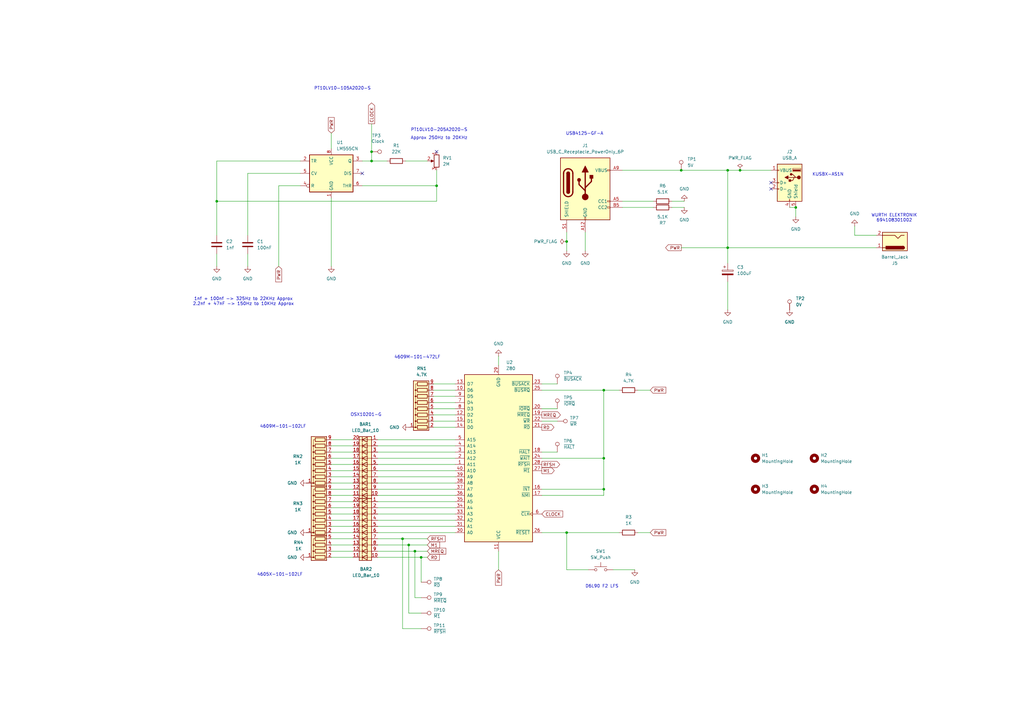
<source format=kicad_sch>
(kicad_sch (version 20250114) (generator "eeschema") (generator_version "9.0")
  (paper "A3")
  (title_block (title "Z80 NOP TEster") (date "2025-07-24") (rev "1,1"))
  (lib_symbols
    (symbol "80_Bus:LED_Bar_10_1" (pin_names (offset 1.016) (hide yes))
      (property "Reference" "BAR" (at 0 15.24 0))
      (property "Value" "LED_Bar_10" (at 0 -17.78 0))
      (symbol "LED_Bar_10_1_0_1"
        (rectangle (start -2.54 11.43) (end 2.54 -13.97) (stroke (width 0.254)) (fill (type background)))
        (polyline (pts (xy -2.54 10.16) (xy 2.54 10.16)))
        (polyline (pts (xy -2.54 7.62) (xy 2.54 7.62)))
        (polyline (pts (xy -2.54 5.08) (xy 2.54 5.08)))
        (polyline (pts (xy -2.54 0) (xy 2.54 0)))
        (polyline (pts (xy -2.54 -5.08) (xy 2.54 -5.08)))
        (polyline (pts (xy -2.54 -7.62) (xy 2.54 -7.62)))
        (polyline (pts (xy -2.54 -10.16) (xy 2.54 -10.16)))
        (polyline (pts (xy -2.54 -12.7) (xy 2.54 -12.7)))
        (polyline (pts (xy -0.762 11.176) (xy -0.762 9.144) (xy 1.27 10.16) (xy -0.762 11.176)) (stroke (width 0.254)))
        (polyline (pts (xy -0.762 8.636) (xy -0.762 6.604) (xy 1.27 7.62) (xy -0.762 8.636)) (stroke (width 0.254)))
        (polyline (pts (xy -0.762 6.096) (xy -0.762 4.064) (xy 1.27 5.08) (xy -0.762 6.096)) (stroke (width 0.254)))
        (polyline (pts (xy -0.762 3.556) (xy -0.762 1.524) (xy 1.27 2.54) (xy -0.762 3.556)) (stroke (width 0.254)))
        (polyline (pts (xy -0.762 1.016) (xy -0.762 -1.016) (xy 1.27 0) (xy -0.762 1.016)) (stroke (width 0.254)))
        (polyline (pts (xy -0.762 -1.524) (xy -0.762 -3.556) (xy 1.27 -2.54) (xy -0.762 -1.524)) (stroke (width 0.254)))
        (polyline (pts (xy -0.762 -4.064) (xy -0.762 -6.096) (xy 1.27 -5.08) (xy -0.762 -4.064)) (stroke (width 0.254)))
        (polyline (pts (xy -0.762 -6.604) (xy -0.762 -8.636) (xy 1.27 -7.62) (xy -0.762 -6.604)) (stroke (width 0.254)))
        (polyline (pts (xy -0.762 -9.144) (xy -0.762 -11.176) (xy 1.27 -10.16) (xy -0.762 -9.144)) (stroke (width 0.254)))
        (polyline (pts (xy -0.762 -11.684) (xy -0.762 -13.716) (xy 1.27 -12.7) (xy -0.762 -11.684)) (stroke (width 0.254)))
        (polyline (pts (xy 1.27 11.176) (xy 1.27 9.144)) (stroke (width 0.254)))
        (polyline (pts (xy 1.27 8.636) (xy 1.27 6.604)) (stroke (width 0.254)))
        (polyline (pts (xy 1.27 6.096) (xy 1.27 4.064)) (stroke (width 0.254)))
        (polyline (pts (xy 1.27 3.556) (xy 1.27 1.524)) (stroke (width 0.254)))
        (polyline (pts (xy 1.27 1.016) (xy 1.27 -1.016)) (stroke (width 0.254)))
        (polyline (pts (xy 1.27 -1.524) (xy 1.27 -3.556)) (stroke (width 0.254)))
        (polyline (pts (xy 1.27 -4.064) (xy 1.27 -6.096)) (stroke (width 0.254)))
        (polyline (pts (xy 1.27 -6.604) (xy 1.27 -8.636)) (stroke (width 0.254)))
        (polyline (pts (xy 1.27 -9.144) (xy 1.27 -11.176)) (stroke (width 0.254)))
        (polyline (pts (xy 1.27 -11.684) (xy 1.27 -13.716)) (stroke (width 0.254)))
        (polyline (pts (xy 2.54 2.54) (xy -2.54 2.54)))
        (polyline (pts (xy 2.54 -2.54) (xy -2.54 -2.54)))
      )
      (symbol "LED_Bar_10_1_1_1"
        (pin passive line (at -5.08 10.16 0) (length 2.54) (name "A") (number "1"))
        (pin passive line (at -5.08 7.62 0) (length 2.54) (name "A") (number "2"))
        (pin passive line (at -5.08 5.08 0) (length 2.54) (name "A") (number "3"))
        (pin passive line (at -5.08 2.54 0) (length 2.54) (name "A") (number "4"))
        (pin passive line (at -5.08 0 0) (length 2.54) (name "A") (number "5"))
        (pin passive line (at -5.08 -2.54 0) (length 2.54) (name "A") (number "6"))
        (pin passive line (at -5.08 -5.08 0) (length 2.54) (name "A") (number "7"))
        (pin passive line (at -5.08 -7.62 0) (length 2.54) (name "A") (number "8"))
        (pin passive line (at -5.08 -10.16 0) (length 2.54) (name "A") (number "9"))
        (pin passive line (at -5.08 -12.7 0) (length 2.54) (name "A") (number "10"))
        (pin passive line (at 5.08 10.16 180) (length 2.54) (name "K") (number "20"))
        (pin passive line (at 5.08 7.62 180) (length 2.54) (name "K") (number "19"))
        (pin passive line (at 5.08 5.08 180) (length 2.54) (name "K") (number "18"))
        (pin passive line (at 5.08 2.54 180) (length 2.54) (name "K") (number "17"))
        (pin passive line (at 5.08 0 180) (length 2.54) (name "K") (number "16"))
        (pin passive line (at 5.08 -2.54 180) (length 2.54) (name "K") (number "15"))
        (pin passive line (at 5.08 -5.08 180) (length 2.54) (name "K") (number "14"))
        (pin passive line (at 5.08 -7.62 180) (length 2.54) (name "K") (number "13"))
        (pin passive line (at 5.08 -10.16 180) (length 2.54) (name "K") (number "12"))
        (pin passive line (at 5.08 -12.7 180) (length 2.54) (name "K") (number "11"))
      )
    )
    (symbol "CPU:Z80CPU" (pin_names (offset 1.016))
      (property "Reference" "U" (at -13.97 35.56 0))
      (property "Value" "Z80CPU" (at 6.35 35.56 0))
      (symbol "Z80CPU_0_1"
        (rectangle (start -13.97 34.29) (end 13.97 -34.29) (stroke (width 0.254)) (fill (type background)))
      )
      (symbol "Z80CPU_1_1"
        (pin input line (at -17.78 30.48 0) (length 3.81) (name "~{RESET}") (number "26"))
        (pin input clock (at -17.78 22.86 0) (length 3.81) (name "~{CLK}") (number "6"))
        (pin input line (at -17.78 15.24 0) (length 3.81) (name "~{NMI}") (number "17"))
        (pin input line (at -17.78 12.7 0) (length 3.81) (name "~{INT}") (number "16"))
        (pin output line (at -17.78 5.08 0) (length 3.81) (name "~{M1}") (number "27"))
        (pin output line (at -17.78 2.54 0) (length 3.81) (name "~{RFSH}") (number "28"))
        (pin input line (at -17.78 0 0) (length 3.81) (name "~{WAIT}") (number "24"))
        (pin output line (at -17.78 -2.54 0) (length 3.81) (name "~{HALT}") (number "18"))
        (pin output line (at -17.78 -12.7 0) (length 3.81) (name "~{RD}") (number "21"))
        (pin output line (at -17.78 -15.24 0) (length 3.81) (name "~{WR}") (number "22"))
        (pin output line (at -17.78 -17.78 0) (length 3.81) (name "~{MREQ}") (number "19"))
        (pin output line (at -17.78 -20.32 0) (length 3.81) (name "~{IORQ}") (number "20"))
        (pin input line (at -17.78 -27.94 0) (length 3.81) (name "~{BUSRQ}") (number "25"))
        (pin output line (at -17.78 -30.48 0) (length 3.81) (name "~{BUSACK}") (number "23"))
        (pin power_in line (at 0 38.1 270) (length 3.81) (name "VCC") (number "11"))
        (pin power_in line (at 0 -38.1 90) (length 3.81) (name "GND") (number "29"))
        (pin output line (at 17.78 30.48 180) (length 3.81) (name "A0") (number "30"))
        (pin output line (at 17.78 27.94 180) (length 3.81) (name "A1") (number "31"))
        (pin output line (at 17.78 25.4 180) (length 3.81) (name "A2") (number "32"))
        (pin output line (at 17.78 22.86 180) (length 3.81) (name "A3") (number "33"))
        (pin output line (at 17.78 20.32 180) (length 3.81) (name "A4") (number "34"))
        (pin output line (at 17.78 17.78 180) (length 3.81) (name "A5") (number "35"))
        (pin output line (at 17.78 15.24 180) (length 3.81) (name "A6") (number "36"))
        (pin output line (at 17.78 12.7 180) (length 3.81) (name "A7") (number "37"))
        (pin output line (at 17.78 10.16 180) (length 3.81) (name "A8") (number "38"))
        (pin output line (at 17.78 7.62 180) (length 3.81) (name "A9") (number "39"))
        (pin output line (at 17.78 5.08 180) (length 3.81) (name "A10") (number "40"))
        (pin output line (at 17.78 2.54 180) (length 3.81) (name "A11") (number "1"))
        (pin output line (at 17.78 0 180) (length 3.81) (name "A12") (number "2"))
        (pin output line (at 17.78 -2.54 180) (length 3.81) (name "A13") (number "3"))
        (pin output line (at 17.78 -5.08 180) (length 3.81) (name "A14") (number "4"))
        (pin output line (at 17.78 -7.62 180) (length 3.81) (name "A15") (number "5"))
        (pin bidirectional line (at 17.78 -12.7 180) (length 3.81) (name "D0") (number "14"))
        (pin bidirectional line (at 17.78 -15.24 180) (length 3.81) (name "D1") (number "15"))
        (pin bidirectional line (at 17.78 -17.78 180) (length 3.81) (name "D2") (number "12"))
        (pin bidirectional line (at 17.78 -20.32 180) (length 3.81) (name "D3") (number "8"))
        (pin bidirectional line (at 17.78 -22.86 180) (length 3.81) (name "D4") (number "7"))
        (pin bidirectional line (at 17.78 -25.4 180) (length 3.81) (name "D5") (number "9"))
        (pin bidirectional line (at 17.78 -27.94 180) (length 3.81) (name "D6") (number "10"))
        (pin bidirectional line (at 17.78 -30.48 180) (length 3.81) (name "D7") (number "13"))
      )
    )
    (symbol "Connector:Barrel_Jack" (pin_names (offset 1.016))
      (property "Reference" "J" (at 0 5.334 0))
      (property "Value" "Barrel_Jack" (at 0 -5.08 0))
      (symbol "Barrel_Jack_0_1"
        (rectangle (start -5.08 3.81) (end 5.08 -3.81) (stroke (width 0.254)) (fill (type background)))
        (polyline (pts (xy -3.81 -2.54) (xy -2.54 -2.54) (xy -1.27 -1.27) (xy 0 -2.54) (xy 2.54 -2.54) (xy 5.08 -2.54)) (stroke (width 0.254)))
        (arc (start -3.302 1.905) (mid -3.9343 2.54) (end -3.302 3.175) (stroke (width 0.254)))
        (arc (start -3.302 1.905) (mid -3.9343 2.54) (end -3.302 3.175) (stroke (width 0.254)) (fill (type outline)))
        (rectangle (start 3.683 3.175) (end -3.302 1.905) (stroke (width 0.254)) (fill (type outline)))
        (polyline (pts (xy 5.08 2.54) (xy 3.81 2.54)) (stroke (width 0.254)))
      )
      (symbol "Barrel_Jack_1_1"
        (pin passive line (at 7.62 2.54 180) (length 2.54) (name "~") (number "1"))
        (pin passive line (at 7.62 -2.54 180) (length 2.54) (name "~") (number "2"))
      )
    )
    (symbol "Connector:TestPoint" (pin_numbers (hide yes)) (pin_names (offset 0.762) (hide yes))
      (property "Reference" "TP" (at 0 6.858 0))
      (property "Value" "TestPoint" (at 0 5.08 0))
      (symbol "TestPoint_0_1"
        (circle (center 0 3.302) (radius 0.762))
      )
      (symbol "TestPoint_1_1"
        (pin passive line (at 0 0 90) (length 2.54) (name "1") (number "1"))
      )
    )
    (symbol "Connector:USB_A" (pin_names (offset 1.016))
      (property "Reference" "J" (at -5.08 11.43 0))
      (property "Value" "USB_A" (at -5.08 8.89 0))
      (symbol "USB_A_0_1"
        (rectangle (start -5.08 -7.62) (end 5.08 7.62) (stroke (width 0.254)) (fill (type background)))
        (circle (center -3.81 2.159) (radius 0.635) (stroke (width 0.254)) (fill (type outline)))
        (polyline (pts (xy -3.175 2.159) (xy -2.54 2.159) (xy -1.27 3.429) (xy -0.635 3.429)) (stroke (width 0.254)))
        (polyline (pts (xy -2.54 2.159) (xy -1.905 2.159) (xy -1.27 0.889) (xy 0 0.889)) (stroke (width 0.254)))
        (rectangle (start -1.524 4.826) (end -4.318 5.334) (fill (type outline)))
        (rectangle (start -1.27 4.572) (end -4.572 5.842))
        (circle (center -0.635 3.429) (radius 0.381) (stroke (width 0.254)) (fill (type outline)))
        (rectangle (start -0.127 -7.62) (end 0.127 -6.858))
        (rectangle (start 0.254 1.27) (end -0.508 0.508) (stroke (width 0.254)) (fill (type outline)))
        (polyline (pts (xy 0.635 2.794) (xy 0.635 1.524) (xy 1.905 2.159) (xy 0.635 2.794)) (stroke (width 0.254)) (fill (type outline)))
        (rectangle (start 5.08 4.953) (end 4.318 5.207))
        (rectangle (start 5.08 -0.127) (end 4.318 0.127))
        (rectangle (start 5.08 -2.667) (end 4.318 -2.413))
      )
      (symbol "USB_A_1_1"
        (polyline (pts (xy -1.905 2.159) (xy 0.635 2.159)) (stroke (width 0.254)))
        (pin passive line (at -2.54 -10.16 90) (length 2.54) (name "Shield") (number "5"))
        (pin power_in line (at 0 -10.16 90) (length 2.54) (name "GND") (number "4"))
        (pin power_in line (at 7.62 5.08 180) (length 2.54) (name "VBUS") (number "1"))
        (pin bidirectional line (at 7.62 0 180) (length 2.54) (name "D+") (number "3"))
        (pin bidirectional line (at 7.62 -2.54 180) (length 2.54) (name "D-") (number "2"))
      )
    )
    (symbol "Connector:USB_C_Receptacle_PowerOnly_6P" (pin_names (offset 1.016))
      (property "Reference" "J" (at 0 16.51 0))
      (property "Value" "USB_C_Receptacle_PowerOnly_6P" (at 0 13.97 0))
      (symbol "USB_C_Receptacle_PowerOnly_6P_0_0"
        (rectangle (start -0.254 -12.7) (end 0.254 -11.684))
        (rectangle (start 10.16 7.874) (end 9.144 7.366))
        (rectangle (start 10.16 -4.826) (end 9.144 -5.334))
        (rectangle (start 10.16 -7.366) (end 9.144 -7.874))
      )
      (symbol "USB_C_Receptacle_PowerOnly_6P_0_1"
        (rectangle (start -10.16 12.7) (end 10.16 -12.7) (stroke (width 0.254)) (fill (type background)))
        (polyline (pts (xy -8.89 -1.27) (xy -8.89 6.35)) (stroke (width 0.508)))
        (rectangle (start -7.62 -1.27) (end -6.35 6.35) (stroke (width 0.254)) (fill (type outline)))
        (arc (start -7.62 6.35) (mid -6.985 6.9823) (end -6.35 6.35) (stroke (width 0.254)))
        (arc (start -7.62 6.35) (mid -6.985 6.9823) (end -6.35 6.35) (stroke (width 0.254)) (fill (type outline)))
        (arc (start -8.89 6.35) (mid -6.985 8.2467) (end -5.08 6.35) (stroke (width 0.508)))
        (arc (start -5.08 -1.27) (mid -6.985 -3.1667) (end -8.89 -1.27) (stroke (width 0.508)))
        (arc (start -6.35 -1.27) (mid -6.985 -1.9023) (end -7.62 -1.27) (stroke (width 0.254)))
        (arc (start -6.35 -1.27) (mid -6.985 -1.9023) (end -7.62 -1.27) (stroke (width 0.254)) (fill (type outline)))
        (polyline (pts (xy -5.08 6.35) (xy -5.08 -1.27)) (stroke (width 0.508)))
        (circle (center -2.54 3.683) (radius 0.635) (stroke (width 0.254)) (fill (type outline)))
        (polyline (pts (xy -1.27 6.858) (xy 0 9.398) (xy 1.27 6.858) (xy -1.27 6.858)) (stroke (width 0.254)) (fill (type outline)))
        (polyline (pts (xy 0 0.508) (xy 2.54 3.048) (xy 2.54 4.318)) (stroke (width 0.508)))
        (polyline (pts (xy 0 -0.762) (xy -2.54 1.778) (xy -2.54 3.048)) (stroke (width 0.508)))
        (polyline (pts (xy 0 -3.302) (xy 0 6.858)) (stroke (width 0.508)))
        (circle (center 0 -3.302) (radius 1.27) (fill (type outline)))
        (rectangle (start 1.905 4.318) (end 3.175 5.588) (stroke (width 0.254)) (fill (type outline)))
      )
      (symbol "USB_C_Receptacle_PowerOnly_6P_1_1"
        (pin passive line (at -7.62 -17.78 90) (length 5.08) (name "SHIELD") (number "S1"))
        (pin passive line (at 0 -17.78 90) (length 5.08) (name "GND") (number "A12"))
        (pin passive line (at 0 -17.78 90) (length 5.08) (hide yes) (name "GND") (number "B12"))
        (pin passive line (at 15.24 7.62 180) (length 5.08) (name "VBUS") (number "A9"))
        (pin passive line (at 15.24 7.62 180) (length 5.08) (hide yes) (name "VBUS") (number "B9"))
        (pin bidirectional line (at 15.24 -5.08 180) (length 5.08) (name "CC1") (number "A5"))
        (pin bidirectional line (at 15.24 -7.62 180) (length 5.08) (name "CC2") (number "B5"))
      )
    )
    (symbol "Device:C" (pin_numbers (hide yes)) (pin_names (offset 0.254))
      (property "Reference" "C" (at 0.635 2.54 0))
      (property "Value" "C" (at 0.635 -2.54 0))
      (symbol "C_0_1"
        (polyline (pts (xy -2.032 0.762) (xy 2.032 0.762)) (stroke (width 0.508)))
        (polyline (pts (xy -2.032 -0.762) (xy 2.032 -0.762)) (stroke (width 0.508)))
      )
      (symbol "C_1_1"
        (pin passive line (at 0 3.81 270) (length 2.794) (name "~") (number "1"))
        (pin passive line (at 0 -3.81 90) (length 2.794) (name "~") (number "2"))
      )
    )
    (symbol "Device:C_Polarized" (pin_numbers (hide yes)) (pin_names (offset 0.254))
      (property "Reference" "C" (at 0.635 2.54 0))
      (property "Value" "C_Polarized" (at 0.635 -2.54 0))
      (symbol "C_Polarized_0_1"
        (rectangle (start -2.286 0.508) (end 2.286 1.016))
        (polyline (pts (xy -1.778 2.286) (xy -0.762 2.286)))
        (polyline (pts (xy -1.27 2.794) (xy -1.27 1.778)))
        (rectangle (start 2.286 -0.508) (end -2.286 -1.016) (fill (type outline)))
      )
      (symbol "C_Polarized_1_1"
        (pin passive line (at 0 3.81 270) (length 2.794) (name "~") (number "1"))
        (pin passive line (at 0 -3.81 90) (length 2.794) (name "~") (number "2"))
      )
    )
    (symbol "Device:R" (pin_numbers (hide yes)) (pin_names (offset 0))
      (property "Reference" "R" (at 2.032 0 90))
      (property "Value" "R" (at 0 0 90))
      (symbol "R_0_1"
        (rectangle (start -1.016 -2.54) (end 1.016 2.54) (stroke (width 0.254)))
      )
      (symbol "R_1_1"
        (pin passive line (at 0 3.81 270) (length 1.27) (name "~") (number "1"))
        (pin passive line (at 0 -3.81 90) (length 1.27) (name "~") (number "2"))
      )
    )
    (symbol "Device:R_Network04" (pin_names (offset 0) (hide yes))
      (property "Reference" "RN" (at -7.62 0 90))
      (property "Value" "R_Network04" (at 5.08 0 90))
      (symbol "R_Network04_0_1"
        (rectangle (start -6.35 -3.175) (end 3.81 3.175) (stroke (width 0.254)) (fill (type background)))
        (rectangle (start -5.842 1.524) (end -4.318 -2.54) (stroke (width 0.254)))
        (circle (center -5.08 2.286) (radius 0.254) (fill (type outline)))
        (polyline (pts (xy -5.08 1.524) (xy -5.08 2.286) (xy -2.54 2.286) (xy -2.54 1.524)))
        (polyline (pts (xy -5.08 -2.54) (xy -5.08 -3.81)))
        (rectangle (start -3.302 1.524) (end -1.778 -2.54) (stroke (width 0.254)))
        (circle (center -2.54 2.286) (radius 0.254) (fill (type outline)))
        (polyline (pts (xy -2.54 1.524) (xy -2.54 2.286) (xy 0 2.286) (xy 0 1.524)))
        (polyline (pts (xy -2.54 -2.54) (xy -2.54 -3.81)))
        (rectangle (start -0.762 1.524) (end 0.762 -2.54) (stroke (width 0.254)))
        (circle (center 0 2.286) (radius 0.254) (fill (type outline)))
        (polyline (pts (xy 0 1.524) (xy 0 2.286) (xy 2.54 2.286) (xy 2.54 1.524)))
        (polyline (pts (xy 0 -2.54) (xy 0 -3.81)))
        (rectangle (start 1.778 1.524) (end 3.302 -2.54) (stroke (width 0.254)))
        (polyline (pts (xy 2.54 -2.54) (xy 2.54 -3.81)))
      )
      (symbol "R_Network04_1_1"
        (pin passive line (at -5.08 5.08 270) (length 2.54) (name "common") (number "1"))
        (pin passive line (at -5.08 -5.08 90) (length 1.27) (name "R1") (number "2"))
        (pin passive line (at -2.54 -5.08 90) (length 1.27) (name "R2") (number "3"))
        (pin passive line (at 0 -5.08 90) (length 1.27) (name "R3") (number "4"))
        (pin passive line (at 2.54 -5.08 90) (length 1.27) (name "R4") (number "5"))
      )
    )
    (symbol "Device:R_Network08" (pin_names (offset 0) (hide yes))
      (property "Reference" "RN" (at -12.7 0 90))
      (property "Value" "R_Network08" (at 10.16 0 90))
      (symbol "R_Network08_0_1"
        (rectangle (start -11.43 -3.175) (end 8.89 3.175) (stroke (width 0.254)) (fill (type background)))
        (rectangle (start -10.922 1.524) (end -9.398 -2.54) (stroke (width 0.254)))
        (circle (center -10.16 2.286) (radius 0.254) (fill (type outline)))
        (polyline (pts (xy -10.16 1.524) (xy -10.16 2.286) (xy -7.62 2.286) (xy -7.62 1.524)))
        (polyline (pts (xy -10.16 -2.54) (xy -10.16 -3.81)))
        (rectangle (start -8.382 1.524) (end -6.858 -2.54) (stroke (width 0.254)))
        (circle (center -7.62 2.286) (radius 0.254) (fill (type outline)))
        (polyline (pts (xy -7.62 1.524) (xy -7.62 2.286) (xy -5.08 2.286) (xy -5.08 1.524)))
        (polyline (pts (xy -7.62 -2.54) (xy -7.62 -3.81)))
        (rectangle (start -5.842 1.524) (end -4.318 -2.54) (stroke (width 0.254)))
        (circle (center -5.08 2.286) (radius 0.254) (fill (type outline)))
        (polyline (pts (xy -5.08 1.524) (xy -5.08 2.286) (xy -2.54 2.286) (xy -2.54 1.524)))
        (polyline (pts (xy -5.08 -2.54) (xy -5.08 -3.81)))
        (rectangle (start -3.302 1.524) (end -1.778 -2.54) (stroke (width 0.254)))
        (circle (center -2.54 2.286) (radius 0.254) (fill (type outline)))
        (polyline (pts (xy -2.54 1.524) (xy -2.54 2.286) (xy 0 2.286) (xy 0 1.524)))
        (polyline (pts (xy -2.54 -2.54) (xy -2.54 -3.81)))
        (rectangle (start -0.762 1.524) (end 0.762 -2.54) (stroke (width 0.254)))
        (circle (center 0 2.286) (radius 0.254) (fill (type outline)))
        (polyline (pts (xy 0 1.524) (xy 0 2.286) (xy 2.54 2.286) (xy 2.54 1.524)))
        (polyline (pts (xy 0 -2.54) (xy 0 -3.81)))
        (rectangle (start 1.778 1.524) (end 3.302 -2.54) (stroke (width 0.254)))
        (circle (center 2.54 2.286) (radius 0.254) (fill (type outline)))
        (polyline (pts (xy 2.54 1.524) (xy 2.54 2.286) (xy 5.08 2.286) (xy 5.08 1.524)))
        (polyline (pts (xy 2.54 -2.54) (xy 2.54 -3.81)))
        (rectangle (start 4.318 1.524) (end 5.842 -2.54) (stroke (width 0.254)))
        (circle (center 5.08 2.286) (radius 0.254) (fill (type outline)))
        (polyline (pts (xy 5.08 1.524) (xy 5.08 2.286) (xy 7.62 2.286) (xy 7.62 1.524)))
        (polyline (pts (xy 5.08 -2.54) (xy 5.08 -3.81)))
        (rectangle (start 6.858 1.524) (end 8.382 -2.54) (stroke (width 0.254)))
        (polyline (pts (xy 7.62 -2.54) (xy 7.62 -3.81)))
      )
      (symbol "R_Network08_1_1"
        (pin passive line (at -10.16 5.08 270) (length 2.54) (name "common") (number "1"))
        (pin passive line (at -10.16 -5.08 90) (length 1.27) (name "R1") (number "2"))
        (pin passive line (at -7.62 -5.08 90) (length 1.27) (name "R2") (number "3"))
        (pin passive line (at -5.08 -5.08 90) (length 1.27) (name "R3") (number "4"))
        (pin passive line (at -2.54 -5.08 90) (length 1.27) (name "R4") (number "5"))
        (pin passive line (at 0 -5.08 90) (length 1.27) (name "R5") (number "6"))
        (pin passive line (at 2.54 -5.08 90) (length 1.27) (name "R6") (number "7"))
        (pin passive line (at 5.08 -5.08 90) (length 1.27) (name "R7") (number "8"))
        (pin passive line (at 7.62 -5.08 90) (length 1.27) (name "R8") (number "9"))
      )
    )
    (symbol "Device:R_Potentiometer" (pin_names (offset 1.016) (hide yes))
      (property "Reference" "RV" (at -4.445 0 90))
      (property "Value" "R_Potentiometer" (at -2.54 0 90))
      (symbol "R_Potentiometer_0_1"
        (rectangle (start 1.016 2.54) (end -1.016 -2.54) (stroke (width 0.254)))
        (polyline (pts (xy 1.143 0) (xy 2.286 0.508) (xy 2.286 -0.508) (xy 1.143 0)) (fill (type outline)))
        (polyline (pts (xy 2.54 0) (xy 1.524 0)))
      )
      (symbol "R_Potentiometer_1_1"
        (pin passive line (at 0 3.81 270) (length 1.27) (name "1") (number "1"))
        (pin passive line (at 0 -3.81 90) (length 1.27) (name "3") (number "3"))
        (pin passive line (at 3.81 0 180) (length 1.27) (name "2") (number "2"))
      )
    )
    (symbol "Mechanical:MountingHole" (pin_names (offset 1.016)) (in_bom no)
      (property "Reference" "H" (at 0 5.08 0))
      (property "Value" "MountingHole" (at 0 3.175 0))
      (symbol "MountingHole_0_1"
        (circle (center 0 0) (radius 1.27) (stroke (width 1.27)))
      )
    )
    (symbol "Switch:SW_Push" (pin_numbers (hide yes)) (pin_names (offset 1.016) (hide yes))
      (property "Reference" "SW" (at 1.27 2.54 0))
      (property "Value" "SW_Push" (at 0 -1.524 0))
      (symbol "SW_Push_0_1"
        (circle (center -2.032 0) (radius 0.508))
        (polyline (pts (xy 0 1.27) (xy 0 3.048)))
        (circle (center 2.032 0) (radius 0.508))
        (polyline (pts (xy 2.54 1.27) (xy -2.54 1.27)))
        (pin passive line (at -5.08 0 0) (length 2.54) (name "1") (number "1"))
        (pin passive line (at 5.08 0 180) (length 2.54) (name "2") (number "2"))
      )
    )
    (symbol "Timer:NE555P"
      (property "Reference" "U" (at -10.16 8.89 0))
      (property "Value" "NE555P" (at 2.54 8.89 0))
      (symbol "NE555P_0_0"
        (pin power_in line (at 0 10.16 270) (length 2.54) (name "VCC") (number "8"))
        (pin power_in line (at 0 -10.16 90) (length 2.54) (name "GND") (number "1"))
      )
      (symbol "NE555P_0_1"
        (rectangle (start -8.89 -7.62) (end 8.89 7.62) (stroke (width 0.254)) (fill (type background)))
        (rectangle (start -8.89 -7.62) (end 8.89 7.62) (stroke (width 0.254)) (fill (type background)))
      )
      (symbol "NE555P_1_1"
        (pin input line (at -12.7 5.08 0) (length 3.81) (name "TR") (number "2"))
        (pin input line (at -12.7 0 0) (length 3.81) (name "CV") (number "5"))
        (pin input inverted (at -12.7 -5.08 0) (length 3.81) (name "R") (number "4"))
        (pin output line (at 12.7 5.08 180) (length 3.81) (name "Q") (number "3"))
        (pin input line (at 12.7 0 180) (length 3.81) (name "DIS") (number "7"))
        (pin input line (at 12.7 -5.08 180) (length 3.81) (name "THR") (number "6"))
      )
    )
    (symbol "power:GND" (power) (pin_numbers (hide yes)) (pin_names (offset 0) (hide yes))
      (property "Value" "GND" (at 0 -3.81 0))
      (symbol "GND_0_1"
        (polyline (pts (xy 0 0) (xy 0 -1.27) (xy 1.27 -1.27) (xy 0 -2.54) (xy -1.27 -1.27) (xy 0 -1.27)))
      )
      (symbol "GND_1_1"
        (pin power_in line (at 0 0 270) (length 0) (name "~") (number "1"))
      )
    )
    (symbol "power:PWR_FLAG" (power) (pin_numbers (hide yes)) (pin_names (offset 0) (hide yes))
      (property "Value" "PWR_FLAG" (at 0 3.81 0))
      (symbol "PWR_FLAG_0_0"
        (pin power_out line (at 0 0 90) (length 0) (name "~") (number "1"))
      )
      (symbol "PWR_FLAG_0_1"
        (polyline (pts (xy 0 0) (xy 0 1.27) (xy -1.016 1.905) (xy 0 2.54) (xy 1.016 1.905) (xy 0 1.27)))
      )
    )
  )
  (text "USB4125-GF-A\n" (at 239.776 54.864 0) (effects (font (size 1.27 1.27))))
  (text "4605X-101-102LF" (at 114.808 235.712 0) (effects (font (size 1.27 1.27))))
  (text "OSX10201-G" (at 150.114 170.18 0) (effects (font (size 1.27 1.27))))
  (text "Approx 250Hz to 20KHz" (at 180.086 56.642 0) (effects (font (size 1.27 1.27))))
  (text "KUSBX-AS1N" (at 339.598 71.628 0) (effects (font (size 1.27 1.27))))
  (text "4609M-101-472LF" (at 171.196 146.558 0) (effects (font (size 1.27 1.27))))
  (text "4609M-101-102LF" (at 116.078 175.006 0) (effects (font (size 1.27 1.27))))
  (text "D6L90 F2 LFS" (at 246.888 240.538 0) (effects (font (size 1.27 1.27))))
  (text "PT10LV10-205A2020-S" (at 180.086 53.34 0) (effects (font (size 1.27 1.27))))
  (text "WURTH ELEKTRONIK\n694108301002\n\n" (at 366.776 90.424 0) (effects (font (size 1.27 1.27))))
  (text "PT10LV10-105A2020-S" (at 140.462 36.322 0) (effects (font (size 1.27 1.27))))
  (text "1nf + 100nf -> 325Hz to 22KHz Approx\n2.2nf + 47nF -> 150Hz to 10KHz Approx" (at 99.822 123.698 0) (effects (font (size 1.27 1.27) (thickness 0.1588))))
  (junction (at 279.4 69.85))
  (junction (at 152.4 66.04))
  (junction (at 232.41 99.06))
  (junction (at 247.65 160.02))
  (junction (at 232.41 218.44))
  (junction (at 170.18 226.06))
  (junction (at 298.45 69.85))
  (junction (at 247.65 187.96))
  (junction (at 303.53 69.85))
  (junction (at 326.39 85.09))
  (junction (at 172.72 228.6))
  (junction (at 179.07 76.2))
  (junction (at 88.9 82.55))
  (junction (at 152.4 62.23))
  (junction (at 167.64 223.52))
  (junction (at 247.65 200.66))
  (junction (at 298.45 101.6))
  (junction (at 165.1 220.98))
  (no_connect (at 179.07 62.23))
  (no_connect (at 148.59 71.12))
  (no_connect (at 316.23 74.93))
  (no_connect (at 316.23 77.47))
  (wire (pts (xy 204.47 226.06) (xy 204.47 233.68)))
  (wire (pts (xy 135.89 195.58) (xy 144.78 195.58)))
  (wire (pts (xy 172.72 228.6) (xy 172.72 238.76)))
  (wire (pts (xy 154.94 190.5) (xy 186.69 190.5)))
  (wire (pts (xy 261.62 218.44) (xy 266.7 218.44)))
  (wire (pts (xy 152.4 62.23) (xy 152.4 50.8)))
  (wire (pts (xy 154.94 213.36) (xy 186.69 213.36)))
  (wire (pts (xy 154.94 215.9) (xy 186.69 215.9)))
  (wire (pts (xy 166.37 66.04) (xy 175.26 66.04)))
  (wire (pts (xy 123.19 76.2) (xy 114.3 76.2)))
  (wire (pts (xy 261.62 160.02) (xy 266.7 160.02)))
  (wire (pts (xy 154.94 218.44) (xy 186.69 218.44)))
  (wire (pts (xy 165.1 257.81) (xy 165.1 220.98)))
  (wire (pts (xy 135.89 193.04) (xy 144.78 193.04)))
  (wire (pts (xy 135.89 205.74) (xy 144.78 205.74)))
  (wire (pts (xy 222.25 203.2) (xy 247.65 203.2)))
  (wire (pts (xy 172.72 251.46) (xy 167.64 251.46)))
  (wire (pts (xy 204.47 146.05) (xy 204.47 149.86)))
  (wire (pts (xy 172.72 245.11) (xy 170.18 245.11)))
  (wire (pts (xy 251.46 233.68) (xy 260.35 233.68)))
  (wire (pts (xy 232.41 218.44) (xy 254 218.44)))
  (wire (pts (xy 135.89 54.61) (xy 135.89 60.96)))
  (wire (pts (xy 135.89 220.98) (xy 144.78 220.98)))
  (wire (pts (xy 152.4 66.04) (xy 158.75 66.04)))
  (wire (pts (xy 88.9 66.04) (xy 123.19 66.04)))
  (wire (pts (xy 135.89 226.06) (xy 144.78 226.06)))
  (wire (pts (xy 135.89 215.9) (xy 144.78 215.9)))
  (wire (pts (xy 279.4 69.85) (xy 298.45 69.85)))
  (wire (pts (xy 135.89 187.96) (xy 144.78 187.96)))
  (wire (pts (xy 148.59 76.2) (xy 179.07 76.2)))
  (wire (pts (xy 247.65 187.96) (xy 247.65 200.66)))
  (wire (pts (xy 135.89 182.88) (xy 144.78 182.88)))
  (wire (pts (xy 222.25 172.72) (xy 228.6 172.72)))
  (wire (pts (xy 298.45 101.6) (xy 359.41 101.6)))
  (wire (pts (xy 179.07 82.55) (xy 179.07 76.2)))
  (wire (pts (xy 177.8 167.64) (xy 186.69 167.64)))
  (wire (pts (xy 154.94 198.12) (xy 186.69 198.12)))
  (wire (pts (xy 135.89 81.28) (xy 135.89 109.22)))
  (wire (pts (xy 326.39 85.09) (xy 326.39 88.9)))
  (wire (pts (xy 135.89 190.5) (xy 144.78 190.5)))
  (wire (pts (xy 232.41 95.25) (xy 232.41 99.06)))
  (wire (pts (xy 298.45 127) (xy 298.45 115.57)))
  (wire (pts (xy 154.94 195.58) (xy 186.69 195.58)))
  (wire (pts (xy 154.94 185.42) (xy 186.69 185.42)))
  (wire (pts (xy 177.8 160.02) (xy 186.69 160.02)))
  (wire (pts (xy 232.41 233.68) (xy 232.41 218.44)))
  (wire (pts (xy 135.89 228.6) (xy 144.78 228.6)))
  (wire (pts (xy 101.6 104.14) (xy 101.6 109.22)))
  (wire (pts (xy 167.64 251.46) (xy 167.64 223.52)))
  (wire (pts (xy 135.89 200.66) (xy 144.78 200.66)))
  (wire (pts (xy 222.25 218.44) (xy 232.41 218.44)))
  (wire (pts (xy 154.94 187.96) (xy 186.69 187.96)))
  (wire (pts (xy 165.1 220.98) (xy 154.94 220.98)))
  (wire (pts (xy 154.94 223.52) (xy 167.64 223.52)))
  (wire (pts (xy 88.9 104.14) (xy 88.9 109.22)))
  (wire (pts (xy 177.8 157.48) (xy 186.69 157.48)))
  (wire (pts (xy 275.59 85.09) (xy 280.67 85.09)))
  (wire (pts (xy 179.07 69.85) (xy 179.07 76.2)))
  (wire (pts (xy 88.9 66.04) (xy 88.9 82.55)))
  (wire (pts (xy 135.89 203.2) (xy 144.78 203.2)))
  (wire (pts (xy 135.89 218.44) (xy 144.78 218.44)))
  (wire (pts (xy 154.94 205.74) (xy 186.69 205.74)))
  (wire (pts (xy 298.45 69.85) (xy 298.45 101.6)))
  (wire (pts (xy 175.26 220.98) (xy 165.1 220.98)))
  (wire (pts (xy 101.6 71.12) (xy 101.6 96.52)))
  (wire (pts (xy 135.89 198.12) (xy 144.78 198.12)))
  (wire (pts (xy 255.27 85.09) (xy 267.97 85.09)))
  (wire (pts (xy 177.8 170.18) (xy 186.69 170.18)))
  (wire (pts (xy 177.8 162.56) (xy 186.69 162.56)))
  (wire (pts (xy 326.39 85.09) (xy 323.85 85.09)))
  (wire (pts (xy 114.3 76.2) (xy 114.3 109.22)))
  (wire (pts (xy 247.65 160.02) (xy 254 160.02)))
  (wire (pts (xy 175.26 228.6) (xy 172.72 228.6)))
  (wire (pts (xy 135.89 223.52) (xy 144.78 223.52)))
  (wire (pts (xy 175.26 223.52) (xy 167.64 223.52)))
  (wire (pts (xy 123.19 71.12) (xy 101.6 71.12)))
  (wire (pts (xy 154.94 182.88) (xy 186.69 182.88)))
  (wire (pts (xy 232.41 99.06) (xy 232.41 102.87)))
  (wire (pts (xy 247.65 160.02) (xy 247.65 187.96)))
  (wire (pts (xy 359.41 96.52) (xy 350.52 96.52)))
  (wire (pts (xy 303.53 69.85) (xy 316.23 69.85)))
  (wire (pts (xy 172.72 228.6) (xy 154.94 228.6)))
  (wire (pts (xy 222.25 185.42) (xy 228.6 185.42)))
  (wire (pts (xy 298.45 101.6) (xy 298.45 107.95)))
  (wire (pts (xy 88.9 82.55) (xy 88.9 96.52)))
  (wire (pts (xy 154.94 208.28) (xy 186.69 208.28)))
  (wire (pts (xy 350.52 96.52) (xy 350.52 92.71)))
  (wire (pts (xy 241.3 233.68) (xy 232.41 233.68)))
  (wire (pts (xy 298.45 69.85) (xy 303.53 69.85)))
  (wire (pts (xy 152.4 62.23) (xy 152.4 66.04)))
  (wire (pts (xy 172.72 257.81) (xy 165.1 257.81)))
  (wire (pts (xy 88.9 82.55) (xy 179.07 82.55)))
  (wire (pts (xy 170.18 245.11) (xy 170.18 226.06)))
  (wire (pts (xy 170.18 226.06) (xy 154.94 226.06)))
  (wire (pts (xy 135.89 208.28) (xy 144.78 208.28)))
  (wire (pts (xy 175.26 226.06) (xy 170.18 226.06)))
  (wire (pts (xy 222.25 187.96) (xy 247.65 187.96)))
  (wire (pts (xy 177.8 165.1) (xy 186.69 165.1)))
  (wire (pts (xy 222.25 160.02) (xy 247.65 160.02)))
  (wire (pts (xy 154.94 193.04) (xy 186.69 193.04)))
  (wire (pts (xy 135.89 180.34) (xy 144.78 180.34)))
  (wire (pts (xy 154.94 180.34) (xy 186.69 180.34)))
  (wire (pts (xy 222.25 167.64) (xy 228.6 167.64)))
  (wire (pts (xy 154.94 200.66) (xy 186.69 200.66)))
  (wire (pts (xy 177.8 172.72) (xy 186.69 172.72)))
  (wire (pts (xy 255.27 69.85) (xy 279.4 69.85)))
  (wire (pts (xy 222.25 157.48) (xy 228.6 157.48)))
  (wire (pts (xy 247.65 200.66) (xy 247.65 203.2)))
  (wire (pts (xy 154.94 203.2) (xy 186.69 203.2)))
  (wire (pts (xy 222.25 200.66) (xy 247.65 200.66)))
  (wire (pts (xy 177.8 175.26) (xy 186.69 175.26)))
  (wire (pts (xy 135.89 210.82) (xy 144.78 210.82)))
  (wire (pts (xy 255.27 82.55) (xy 267.97 82.55)))
  (wire (pts (xy 240.03 102.87) (xy 240.03 95.25)))
  (wire (pts (xy 279.4 101.6) (xy 298.45 101.6)))
  (wire (pts (xy 148.59 66.04) (xy 152.4 66.04)))
  (wire (pts (xy 275.59 82.55) (xy 280.67 82.55)))
  (wire (pts (xy 135.89 185.42) (xy 144.78 185.42)))
  (wire (pts (xy 135.89 213.36) (xy 144.78 213.36)))
  (wire (pts (xy 154.94 210.82) (xy 186.69 210.82)))
  (global_label "M1" (shape input) (at 175.26 223.52 0) (property "Intersheetrefs" "${INTERSHEET_REFS}" (effects (hide yes))))
  (global_label "RFSH" (shape input) (at 175.26 220.98 0) (property "Intersheetrefs" "${INTERSHEET_REFS}" (effects (hide yes))))
  (global_label "RD" (shape output) (at 222.25 175.26 0) (property "Intersheetrefs" "${INTERSHEET_REFS}" (effects (hide yes))))
  (global_label "CLOCK" (shape output) (at 152.4 50.8 90) (property "Intersheetrefs" "${INTERSHEET_REFS}" (effects (hide yes))))
  (global_label "CLOCK" (shape input) (at 222.25 210.82 0) (property "Intersheetrefs" "${INTERSHEET_REFS}" (effects (hide yes))))
  (global_label "PWR" (shape input) (at 266.7 218.44 0) (property "Intersheetrefs" "${INTERSHEET_REFS}" (effects (hide yes))))
  (global_label "PWR" (shape input) (at 114.3 109.22 270) (property "Intersheetrefs" "${INTERSHEET_REFS}" (effects (hide yes))))
  (global_label "PWR" (shape input) (at 204.47 233.68 270) (property "Intersheetrefs" "${INTERSHEET_REFS}" (effects (hide yes))))
  (global_label "RD" (shape input) (at 175.26 228.6 0) (property "Intersheetrefs" "${INTERSHEET_REFS}" (effects (hide yes))))
  (global_label "PWR" (shape input) (at 266.7 160.02 0) (property "Intersheetrefs" "${INTERSHEET_REFS}" (effects (hide yes))))
  (global_label "M1" (shape output) (at 222.25 193.04 0) (property "Intersheetrefs" "${INTERSHEET_REFS}" (effects (hide yes))))
  (global_label "RFSH" (shape output) (at 222.25 190.5 0) (property "Intersheetrefs" "${INTERSHEET_REFS}" (effects (hide yes))))
  (global_label "MREQ" (shape input) (at 175.26 226.06 0) (property "Intersheetrefs" "${INTERSHEET_REFS}" (effects (hide yes))))
  (global_label "PWR" (shape input) (at 135.89 54.61 90) (property "Intersheetrefs" "${INTERSHEET_REFS}" (effects (hide yes))))
  (global_label "PWR" (shape output) (at 279.4 101.6 180) (property "Intersheetrefs" "${INTERSHEET_REFS}" (effects (hide yes))))
  (global_label "MREQ" (shape output) (at 222.25 170.18 0) (property "Intersheetrefs" "${INTERSHEET_REFS}" (effects (hide yes))))
  (symbol (lib_id "power:GND") (at 260.35 233.68 0) (unit 1)
    (property "Reference" "#PWR014" (effects (hide yes)))
    (property "Value" "GND" (at 260.35 238.76 0))
    (property "Description" "Power symbol creates a global label with name \"GND\" , ground" (effects (hide yes)))
  )
  (symbol (lib_id "power:GND") (at 280.67 82.55 180) (unit 1)
    (property "Reference" "#PWR011" (effects (hide yes)))
    (property "Value" "GND" (at 280.67 77.47 0))
    (property "Description" "Power symbol creates a global label with name \"GND\" , ground" (effects (hide yes)))
  )
  (symbol (lib_id "80_Bus:LED_Bar_10_1") (at 149.86 190.5 0) (mirror y) (unit 1)
    (property "Reference" "BAR1" (at 149.86 173.99 0))
    (property "Value" "LED_Bar_10" (at 149.86 176.53 0))
    (property "Footprint" "Package_DIP:DIP-20_W7.62mm" (effects (hide yes)))
    (property "Description" "BAR GRAPH 10 segment block" (effects (hide yes)))
  )
  (symbol (lib_id "80_Bus:LED_Bar_10_1") (at 149.86 215.9 0) (mirror y) (unit 1)
    (property "Reference" "BAR2" (at 150.114 233.426 0))
    (property "Value" "LED_Bar_10" (at 150.114 235.966 0))
    (property "Footprint" "Package_DIP:DIP-20_W7.62mm" (effects (hide yes)))
    (property "Description" "BAR GRAPH 10 segment block" (effects (hide yes)))
  )
  (symbol (lib_id "Mechanical:MountingHole") (at 334.01 200.66 0) (unit 1)
    (property "Reference" "H4" (at 336.55 199.39 0) (effects (justify left)))
    (property "Value" "MountingHole" (at 336.55 201.93 0) (effects (justify left)))
    (property "Footprint" "MountingHole:MountingHole_3.5mm" (effects (hide yes)))
    (property "Description" "Mounting Hole without connection" (effects (hide yes)))
  )
  (symbol (lib_id "power:GND") (at 125.73 218.44 270) (unit 1)
    (property "Reference" "#PWR08" (effects (hide yes)))
    (property "Value" "GND" (at 121.92 218.4399 90) (effects (justify right)))
    (property "Description" "Power symbol creates a global label with name \"GND\" , ground" (effects (hide yes)))
  )
  (symbol (lib_id "power:GND") (at 125.73 228.6 270) (unit 1)
    (property "Reference" "#PWR05" (effects (hide yes)))
    (property "Value" "GND" (at 121.92 228.5999 90) (effects (justify right)))
    (property "Description" "Power symbol creates a global label with name \"GND\" , ground" (effects (hide yes)))
  )
  (symbol (lib_id "power:GND") (at 232.41 102.87 0) (unit 1)
    (property "Reference" "#PWR023" (effects (hide yes)))
    (property "Value" "GND" (at 232.41 107.95 0))
    (property "Description" "Power symbol creates a global label with name \"GND\" , ground" (effects (hide yes)))
  )
  (symbol (lib_id "Device:R") (at 271.78 82.55 90) (unit 1)
    (property "Reference" "R6" (at 271.78 76.2 90))
    (property "Value" "5.1K" (at 271.78 78.74 90))
    (property "Footprint" "Resistor_THT:R_Axial_DIN0309_L9.0mm_D3.2mm_P12.70mm_Horizontal" (effects (hide yes)))
    (property "Description" "Resistor" (effects (hide yes)))
  )
  (symbol (lib_id "power:GND") (at 240.03 102.87 0) (unit 1)
    (property "Reference" "#PWR019" (effects (hide yes)))
    (property "Value" "GND" (at 240.03 107.95 0))
    (property "Description" "Power symbol creates a global label with name \"GND\" , ground" (effects (hide yes)))
  )
  (symbol (lib_id "power:GND") (at 326.39 88.9 0) (mirror y) (unit 1)
    (property "Reference" "#PWR030" (effects (hide yes)))
    (property "Value" "GND" (at 326.39 93.98 0))
    (property "Description" "Power symbol creates a global label with name \"GND\" , ground" (effects (hide yes)))
  )
  (symbol (lib_id "Device:R_Network08") (at 172.72 165.1 90) (unit 1)
    (property "Reference" "RN1" (at 172.974 151.13 90))
    (property "Value" "4.7K" (at 172.974 153.67 90))
    (property "Footprint" "Resistor_THT:R_Array_SIP9" (effects (hide yes)))
    (property "Datasheet" "http://www.vishay.com/docs/31509/csc.pdf" (effects (hide yes)))
    (property "Description" "8 resistor network, star topology, bussed resistors, small symbol" (effects (hide yes)))
  )
  (symbol (lib_id "power:GND") (at 135.89 109.22 0) (unit 1)
    (property "Reference" "#PWR03" (effects (hide yes)))
    (property "Value" "GND" (at 135.89 114.3 0))
    (property "Description" "Power symbol creates a global label with name \"GND\" , ground" (effects (hide yes)))
  )
  (symbol (lib_id "Device:C") (at 101.6 100.33 0) (unit 1)
    (property "Reference" "C1" (at 105.41 99.0599 0) (effects (justify left)))
    (property "Value" "100nF" (at 105.41 101.5999 0) (effects (justify left)))
    (property "Footprint" "Capacitor_THT:C_Disc_D6.0mm_W2.5mm_P5.00mm" (effects (hide yes)))
    (property "Description" "Unpolarized capacitor" (effects (hide yes)))
  )
  (symbol (lib_id "power:GND") (at 125.73 198.12 270) (unit 1)
    (property "Reference" "#PWR07" (effects (hide yes)))
    (property "Value" "GND" (at 121.92 198.1199 90) (effects (justify right)))
    (property "Description" "Power symbol creates a global label with name \"GND\" , ground" (effects (hide yes)))
  )
  (symbol (lib_id "Device:R") (at 257.81 218.44 90) (unit 1)
    (property "Reference" "R3" (at 257.81 212.09 90))
    (property "Value" "1K" (at 257.81 214.63 90))
    (property "Footprint" "Resistor_THT:R_Axial_DIN0309_L9.0mm_D3.2mm_P12.70mm_Horizontal" (effects (hide yes)))
    (property "Description" "Resistor" (effects (hide yes)))
  )
  (symbol (lib_id "Device:R") (at 257.81 160.02 90) (unit 1)
    (property "Reference" "R4" (at 257.81 153.67 90))
    (property "Value" "4.7K" (at 257.81 156.21 90))
    (property "Footprint" "Resistor_THT:R_Axial_DIN0309_L9.0mm_D3.2mm_P12.70mm_Horizontal" (effects (hide yes)))
    (property "Description" "Resistor" (effects (hide yes)))
  )
  (symbol (lib_id "Mechanical:MountingHole") (at 309.88 200.66 0) (unit 1)
    (property "Reference" "H3" (at 312.42 199.39 0) (effects (justify left)))
    (property "Value" "MountingHole" (at 312.42 201.93 0) (effects (justify left)))
    (property "Footprint" "MountingHole:MountingHole_3.5mm" (effects (hide yes)))
    (property "Description" "Mounting Hole without connection" (effects (hide yes)))
  )
  (symbol (lib_id "Connector:Barrel_Jack") (at 367.03 99.06 180) (unit 1)
    (property "Reference" "J5" (at 367.03 107.95 0))
    (property "Value" "Barrel_Jack" (at 367.03 105.41 0))
    (property "Footprint" "Connector_BarrelJack:BarrelJack_Wuerth_6941xx301002" (effects (hide yes)))
    (property "Description" "DC Barrel Jack" (effects (hide yes)))
  )
  (symbol (lib_id "power:GND") (at 350.52 92.71 180) (unit 1)
    (property "Reference" "#PWR046" (effects (hide yes)))
    (property "Value" "GND" (at 350.52 87.63 0))
    (property "Description" "Power symbol creates a global label with name \"GND\" , ground" (effects (hide yes)))
  )
  (symbol (lib_id "Device:R_Network04") (at 130.81 223.52 90) (unit 1)
    (property "Reference" "RN4" (at 122.428 222.504 90))
    (property "Value" "1K" (at 122.428 225.044 90))
    (property "Footprint" "Resistor_THT:R_Array_SIP5" (effects (hide yes)))
    (property "Datasheet" "http://www.vishay.com/docs/31509/csc.pdf" (effects (hide yes)))
    (property "Description" "4 resistor network, star topology, bussed resistors, small symbol" (effects (hide yes)))
  )
  (symbol (lib_id "Device:R_Potentiometer") (at 179.07 66.04 0) (mirror y) (unit 1)
    (property "Reference" "RV1" (at 181.61 64.7699 0) (effects (justify right)))
    (property "Value" "2M" (at 181.61 67.3099 0) (effects (justify right)))
    (property "Footprint" "Potentiometer_THT:Potentiometer_Piher_PT-10-V10_Vertical" (effects (hide yes)))
    (property "Description" "Potentiometer" (effects (hide yes)))
  )
  (symbol (lib_id "Connector:TestPoint") (at 228.6 157.48 0) (unit 1)
    (property "Reference" "TP4" (at 231.14 152.9079 0) (effects (justify left)))
    (property "Value" "~{BUSACK}" (at 231.14 155.4479 0) (effects (justify left)))
    (property "Footprint" "TestPoint:TestPoint_THTPad_2.0x2.0mm_Drill1.0mm" (effects (hide yes)))
    (property "Description" "test point" (effects (hide yes)))
  )
  (symbol (lib_id "CPU:Z80CPU") (at 204.47 187.96 180) (unit 1)
    (property "Reference" "U2" (at 207.5881 148.59 0) (effects (justify right)))
    (property "Value" "Z80" (at 207.5881 151.13 0) (effects (justify right)))
    (property "Footprint" "80_Bus:DIP_Socket-40_W11.9_W12.7_W15.24_W17.78_W18.5_ZIF" (effects (hide yes)))
    (property "Datasheet" "www.zilog.com/manage_directlink.php?filepath=docs/z80/um0080" (effects (hide yes)))
    (property "Description" "8-bit General Purpose Microprocessor, DIP-40" (effects (hide yes)))
  )
  (symbol (lib_id "Device:R_Network08") (at 130.81 208.28 90) (unit 1)
    (property "Reference" "RN3" (at 122.174 206.502 90))
    (property "Value" "1K" (at 122.174 209.042 90))
    (property "Footprint" "Resistor_THT:R_Array_SIP9" (effects (hide yes)))
    (property "Datasheet" "http://www.vishay.com/docs/31509/csc.pdf" (effects (hide yes)))
    (property "Description" "8 resistor network, star topology, bussed resistors, small symbol" (effects (hide yes)))
  )
  (symbol (lib_id "Device:R") (at 162.56 66.04 90) (unit 1)
    (property "Reference" "R1" (at 162.56 59.69 90))
    (property "Value" "22K" (at 162.56 62.23 90))
    (property "Footprint" "Resistor_THT:R_Axial_DIN0309_L9.0mm_D3.2mm_P12.70mm_Horizontal" (effects (hide yes)))
    (property "Description" "Resistor" (effects (hide yes)))
  )
  (symbol (lib_id "Connector:TestPoint") (at 323.85 127 0) (unit 1)
    (property "Reference" "TP2" (at 326.39 122.4279 0) (effects (justify left)))
    (property "Value" "0V" (at 326.39 124.9679 0) (effects (justify left)))
    (property "Footprint" "TestPoint:TestPoint_THTPad_2.0x2.0mm_Drill1.0mm" (effects (hide yes)))
    (property "Description" "test point" (effects (hide yes)))
  )
  (symbol (lib_id "Connector:TestPoint") (at 228.6 172.72 270) (unit 1)
    (property "Reference" "TP7" (at 233.68 171.4499 90) (effects (justify left)))
    (property "Value" "~{WR}" (at 233.68 173.9899 90) (effects (justify left)))
    (property "Footprint" "TestPoint:TestPoint_THTPad_2.0x2.0mm_Drill1.0mm" (effects (hide yes)))
    (property "Description" "test point" (effects (hide yes)))
  )
  (symbol (lib_id "Device:R") (at 271.78 85.09 90) (mirror x) (unit 1)
    (property "Reference" "R7" (at 271.78 91.44 90))
    (property "Value" "5.1K" (at 271.78 88.9 90))
    (property "Footprint" "Resistor_THT:R_Axial_DIN0309_L9.0mm_D3.2mm_P12.70mm_Horizontal" (effects (hide yes)))
    (property "Description" "Resistor" (effects (hide yes)))
  )
  (symbol (lib_id "power:PWR_FLAG") (at 303.53 69.85 0) (unit 1)
    (property "Reference" "#FLG01" (effects (hide yes)))
    (property "Value" "PWR_FLAG" (at 303.53 64.77 0))
    (property "Description" "Special symbol for telling ERC where power comes from" (effects (hide yes)))
  )
  (symbol (lib_id "Device:R_Network08") (at 130.81 187.96 90) (unit 1)
    (property "Reference" "RN2" (at 122.174 187.198 90))
    (property "Value" "1K" (at 122.174 189.738 90))
    (property "Footprint" "Resistor_THT:R_Array_SIP9" (effects (hide yes)))
    (property "Datasheet" "http://www.vishay.com/docs/31509/csc.pdf" (effects (hide yes)))
    (property "Description" "8 resistor network, star topology, bussed resistors, small symbol" (effects (hide yes)))
  )
  (symbol (lib_id "power:GND") (at 204.47 146.05 180) (unit 1)
    (property "Reference" "#PWR010" (effects (hide yes)))
    (property "Value" "GND" (at 204.47 140.97 0))
    (property "Description" "Power symbol creates a global label with name \"GND\" , ground" (effects (hide yes)))
  )
  (symbol (lib_id "Mechanical:MountingHole") (at 334.01 187.96 0) (unit 1)
    (property "Reference" "H2" (at 336.55 186.69 0) (effects (justify left)))
    (property "Value" "MountingHole" (at 336.55 189.23 0) (effects (justify left)))
    (property "Footprint" "MountingHole:MountingHole_3.5mm" (effects (hide yes)))
    (property "Description" "Mounting Hole without connection" (effects (hide yes)))
  )
  (symbol (lib_id "power:PWR_FLAG") (at 232.41 99.06 90) (unit 1)
    (property "Reference" "#FLG02" (effects (hide yes)))
    (property "Value" "PWR_FLAG" (at 228.6 99.0599 90) (effects (justify left)))
    (property "Description" "Special symbol for telling ERC where power comes from" (effects (hide yes)))
  )
  (symbol (lib_id "Connector:TestPoint") (at 228.6 185.42 0) (unit 1)
    (property "Reference" "TP6" (at 231.14 180.8479 0) (effects (justify left)))
    (property "Value" "~{HALT}" (at 231.14 183.3879 0) (effects (justify left)))
    (property "Footprint" "TestPoint:TestPoint_THTPad_2.0x2.0mm_Drill1.0mm" (effects (hide yes)))
    (property "Description" "test point" (effects (hide yes)))
  )
  (symbol (lib_id "power:GND") (at 280.67 85.09 0) (unit 1)
    (property "Reference" "#PWR018" (effects (hide yes)))
    (property "Value" "GND" (at 280.67 90.17 0))
    (property "Description" "Power symbol creates a global label with name \"GND\" , ground" (effects (hide yes)))
  )
  (symbol (lib_id "Timer:NE555P") (at 135.89 71.12 0) (unit 1)
    (property "Reference" "U1" (at 138.0333 58.42 0) (effects (justify left)))
    (property "Value" "LM555CN" (at 138.0333 60.96 0) (effects (justify left)))
    (property "Footprint" "Package_DIP:DIP-8_W7.62mm" (effects (hide yes)))
    (property "Datasheet" "http://www.ti.com/lit/ds/symlink/ne555.pdf" (effects (hide yes)))
    (property "Description" "Precision Timers, 555 compatible,  PDIP-8" (effects (hide yes)))
  )
  (symbol (lib_id "power:GND") (at 167.64 175.26 270) (unit 1)
    (property "Reference" "#PWR06" (effects (hide yes)))
    (property "Value" "GND" (at 163.83 175.2599 90) (effects (justify right)))
    (property "Description" "Power symbol creates a global label with name \"GND\" , ground" (effects (hide yes)))
  )
  (symbol (lib_id "Connector:TestPoint") (at 172.72 251.46 270) (unit 1)
    (property "Reference" "TP10" (at 177.8 250.1899 90) (effects (justify left)))
    (property "Value" "~{M1}" (at 177.8 252.7299 90) (effects (justify left)))
    (property "Footprint" "TestPoint:TestPoint_THTPad_2.0x2.0mm_Drill1.0mm" (effects (hide yes)))
    (property "Description" "test point" (effects (hide yes)))
  )
  (symbol (lib_id "Connector:TestPoint") (at 152.4 62.23 270) (unit 1)
    (property "Reference" "TP3" (at 156.21 55.626 90) (effects (justify right)))
    (property "Value" "Clock" (at 157.734 57.912 90) (effects (justify right)))
    (property "Footprint" "TestPoint:TestPoint_THTPad_2.0x2.0mm_Drill1.0mm" (effects (hide yes)))
    (property "Description" "test point" (effects (hide yes)))
  )
  (symbol (lib_id "Connector:TestPoint") (at 172.72 238.76 270) (unit 1)
    (property "Reference" "TP8" (at 177.8 237.4899 90) (effects (justify left)))
    (property "Value" "~{RD}" (at 177.8 240.0299 90) (effects (justify left)))
    (property "Footprint" "TestPoint:TestPoint_THTPad_2.0x2.0mm_Drill1.0mm" (effects (hide yes)))
    (property "Description" "test point" (effects (hide yes)))
  )
  (symbol (lib_id "power:GND") (at 101.6 109.22 0) (unit 1)
    (property "Reference" "#PWR01" (effects (hide yes)))
    (property "Value" "GND" (at 101.6 114.3 0))
    (property "Description" "Power symbol creates a global label with name \"GND\" , ground" (effects (hide yes)))
  )
  (symbol (lib_id "power:GND") (at 298.45 127 0) (unit 1)
    (property "Reference" "#PWR017" (effects (hide yes)))
    (property "Value" "GND" (at 298.45 132.08 0))
    (property "Description" "Power symbol creates a global label with name \"GND\" , ground" (effects (hide yes)))
  )
  (symbol (lib_id "power:GND") (at 88.9 109.22 0) (unit 1)
    (property "Reference" "#PWR04" (effects (hide yes)))
    (property "Value" "GND" (at 88.9 114.3 0))
    (property "Description" "Power symbol creates a global label with name \"GND\" , ground" (effects (hide yes)))
  )
  (symbol (lib_id "Mechanical:MountingHole") (at 309.88 187.96 0) (unit 1)
    (property "Reference" "H1" (at 312.42 186.69 0) (effects (justify left)))
    (property "Value" "MountingHole" (at 312.42 189.23 0) (effects (justify left)))
    (property "Footprint" "MountingHole:MountingHole_3.5mm" (effects (hide yes)))
    (property "Description" "Mounting Hole without connection" (effects (hide yes)))
  )
  (symbol (lib_id "Connector:TestPoint") (at 172.72 245.11 270) (unit 1)
    (property "Reference" "TP9" (at 177.8 243.8399 90) (effects (justify left)))
    (property "Value" "~{MREQ}" (at 177.8 246.3799 90) (effects (justify left)))
    (property "Footprint" "TestPoint:TestPoint_THTPad_2.0x2.0mm_Drill1.0mm" (effects (hide yes)))
    (property "Description" "test point" (effects (hide yes)))
  )
  (symbol (lib_id "power:GND") (at 323.85 127 0) (unit 1)
    (property "Reference" "#PWR02" (effects (hide yes)))
    (property "Value" "GND" (at 323.85 132.08 0))
    (property "Description" "Power symbol creates a global label with name \"GND\" , ground" (effects (hide yes)))
  )
  (symbol (lib_id "Device:C") (at 88.9 100.33 0) (unit 1)
    (property "Reference" "C2" (at 92.71 99.0599 0) (effects (justify left)))
    (property "Value" "1nf" (at 92.71 101.5999 0) (effects (justify left)))
    (property "Footprint" "Capacitor_THT:C_Disc_D6.0mm_W2.5mm_P5.00mm" (effects (hide yes)))
    (property "Description" "Unpolarized capacitor" (effects (hide yes)))
  )
  (symbol (lib_id "Connector:USB_A") (at 323.85 74.93 0) (mirror y) (unit 1)
    (property "Reference" "J2" (at 323.85 62.23 0))
    (property "Value" "USB_A" (at 323.85 64.77 0))
    (property "Footprint" "Connector_USB:USB_A_Kycon_KUSBX-AS1N-B_Horizontal" (effects (hide yes)))
    (property "Description" "USB Type A connector" (effects (hide yes)))
  )
  (symbol (lib_id "Connector:TestPoint") (at 172.72 257.81 270) (unit 1)
    (property "Reference" "TP11" (at 177.8 256.5399 90) (effects (justify left)))
    (property "Value" "~{RFSH}" (at 177.8 259.0799 90) (effects (justify left)))
    (property "Footprint" "TestPoint:TestPoint_THTPad_2.0x2.0mm_Drill1.0mm" (effects (hide yes)))
    (property "Description" "test point" (effects (hide yes)))
  )
  (symbol (lib_id "Connector:USB_C_Receptacle_PowerOnly_6P") (at 240.03 77.47 0) (unit 1)
    (property "Reference" "J1" (at 240.03 59.69 0))
    (property "Value" "USB_C_Receptacle_PowerOnly_6P" (at 240.03 62.23 0))
    (property "Footprint" "Connector_USB:USB_C_Receptacle_GCT_USB4125-xx-x-0190_6P_TopMnt_Horizontal" (effects (hide yes)))
    (property "Datasheet" "https://www.usb.org/sites/default/files/documents/usb_type-c.zip" (effects (hide yes)))
    (property "Description" "USB Power-Only 6P Type-C Receptacle connector" (effects (hide yes)))
  )
  (symbol (lib_id "Device:C_Polarized") (at 298.45 111.76 0) (unit 1)
    (property "Reference" "C3" (at 302.26 109.6009 0) (effects (justify left)))
    (property "Value" "100uF" (at 302.26 112.1409 0) (effects (justify left)))
    (property "Footprint" "Capacitor_THT:CP_Radial_D5.0mm_P2.50mm" (effects (hide yes)))
    (property "Description" "Polarized capacitor" (effects (hide yes)))
  )
  (symbol (lib_id "Connector:TestPoint") (at 279.4 69.85 0) (unit 1)
    (property "Reference" "TP1" (at 281.94 65.2779 0) (effects (justify left)))
    (property "Value" "5V" (at 281.94 67.8179 0) (effects (justify left)))
    (property "Footprint" "TestPoint:TestPoint_THTPad_2.0x2.0mm_Drill1.0mm" (effects (hide yes)))
    (property "Description" "test point" (effects (hide yes)))
  )
  (symbol (lib_id "Connector:TestPoint") (at 228.6 167.64 0) (unit 1)
    (property "Reference" "TP5" (at 231.14 163.0679 0) (effects (justify left)))
    (property "Value" "~{IORQ}" (at 231.14 165.6079 0) (effects (justify left)))
    (property "Footprint" "TestPoint:TestPoint_THTPad_2.0x2.0mm_Drill1.0mm" (effects (hide yes)))
    (property "Description" "test point" (effects (hide yes)))
  )
  (symbol (lib_id "Switch:SW_Push") (at 246.38 233.68 0) (unit 1)
    (property "Reference" "SW1" (at 246.38 226.06 0))
    (property "Value" "SW_Push" (at 246.38 228.6 0))
    (property "Footprint" "80_Bus:SW_PUSH_5mm_H5mm" (effects (hide yes)))
    (property "Description" "Push button switch, generic, two pins" (effects (hide yes)))
  )
)
</source>
